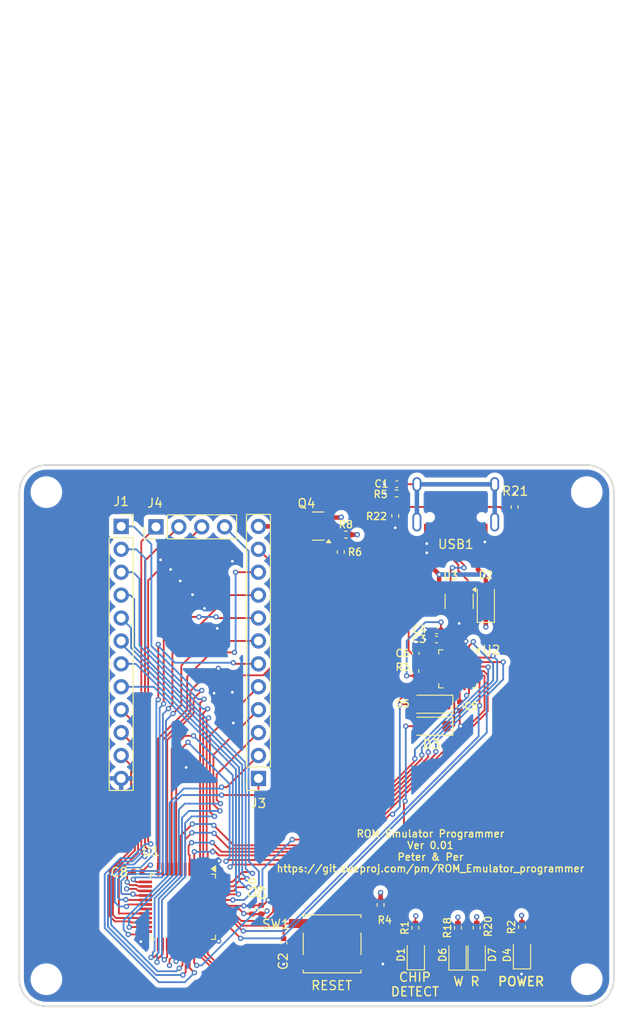
<source format=kicad_pcb>
(kicad_pcb
	(version 20240108)
	(generator "pcbnew")
	(generator_version "8.0")
	(general
		(thickness 1.6)
		(legacy_teardrops no)
	)
	(paper "A4")
	(title_block
		(title "ROM Emulator Programmer")
		(date "2024-10-07")
		(rev "0.01")
		(company "Peter & Per")
	)
	(layers
		(0 "F.Cu" signal)
		(1 "In1.Cu" signal)
		(2 "In2.Cu" signal)
		(31 "B.Cu" signal)
		(32 "B.Adhes" user "B.Adhesive")
		(33 "F.Adhes" user "F.Adhesive")
		(34 "B.Paste" user)
		(35 "F.Paste" user)
		(36 "B.SilkS" user "B.Silkscreen")
		(37 "F.SilkS" user "F.Silkscreen")
		(38 "B.Mask" user)
		(39 "F.Mask" user)
		(40 "Dwgs.User" user "User.Drawings")
		(41 "Cmts.User" user "User.Comments")
		(42 "Eco1.User" user "User.Eco1")
		(43 "Eco2.User" user "User.Eco2")
		(44 "Edge.Cuts" user)
		(45 "Margin" user)
		(46 "B.CrtYd" user "B.Courtyard")
		(47 "F.CrtYd" user "F.Courtyard")
		(48 "B.Fab" user)
		(49 "F.Fab" user)
		(50 "User.1" user)
		(51 "User.2" user)
		(52 "User.3" user)
		(53 "User.4" user)
		(54 "User.5" user)
		(55 "User.6" user)
		(56 "User.7" user)
		(57 "User.8" user)
		(58 "User.9" user)
	)
	(setup
		(stackup
			(layer "F.SilkS"
				(type "Top Silk Screen")
			)
			(layer "F.Paste"
				(type "Top Solder Paste")
			)
			(layer "F.Mask"
				(type "Top Solder Mask")
				(thickness 0.01)
			)
			(layer "F.Cu"
				(type "copper")
				(thickness 0.035)
			)
			(layer "dielectric 1"
				(type "prepreg")
				(thickness 0.1)
				(material "FR4")
				(epsilon_r 4.5)
				(loss_tangent 0.02)
			)
			(layer "In1.Cu"
				(type "copper")
				(thickness 0.035)
			)
			(layer "dielectric 2"
				(type "core")
				(thickness 1.24)
				(material "FR4")
				(epsilon_r 4.5)
				(loss_tangent 0.02)
			)
			(layer "In2.Cu"
				(type "copper")
				(thickness 0.035)
			)
			(layer "dielectric 3"
				(type "prepreg")
				(thickness 0.1)
				(material "FR4")
				(epsilon_r 4.5)
				(loss_tangent 0.02)
			)
			(layer "B.Cu"
				(type "copper")
				(thickness 0.035)
			)
			(layer "B.Mask"
				(type "Bottom Solder Mask")
				(thickness 0.01)
			)
			(layer "B.Paste"
				(type "Bottom Solder Paste")
			)
			(layer "B.SilkS"
				(type "Bottom Silk Screen")
			)
			(copper_finish "None")
			(dielectric_constraints no)
		)
		(pad_to_mask_clearance 0)
		(allow_soldermask_bridges_in_footprints no)
		(pcbplotparams
			(layerselection 0x00010fc_ffffffff)
			(plot_on_all_layers_selection 0x0000000_00000000)
			(disableapertmacros no)
			(usegerberextensions no)
			(usegerberattributes yes)
			(usegerberadvancedattributes yes)
			(creategerberjobfile yes)
			(dashed_line_dash_ratio 12.000000)
			(dashed_line_gap_ratio 3.000000)
			(svgprecision 4)
			(plotframeref no)
			(viasonmask no)
			(mode 1)
			(useauxorigin no)
			(hpglpennumber 1)
			(hpglpenspeed 20)
			(hpglpendiameter 15.000000)
			(pdf_front_fp_property_popups yes)
			(pdf_back_fp_property_popups yes)
			(dxfpolygonmode yes)
			(dxfimperialunits yes)
			(dxfusepcbnewfont yes)
			(psnegative no)
			(psa4output no)
			(plotreference yes)
			(plotvalue yes)
			(plotfptext yes)
			(plotinvisibletext no)
			(sketchpadsonfab no)
			(subtractmaskfromsilk no)
			(outputformat 1)
			(mirror no)
			(drillshape 1)
			(scaleselection 1)
			(outputdirectory "")
		)
	)
	(net 0 "")
	(net 1 "GND")
	(net 2 "+5V")
	(net 3 "/RX0")
	(net 4 "/UPDI")
	(net 5 "/D1")
	(net 6 "/A8")
	(net 7 "/A0")
	(net 8 "/D0")
	(net 9 "/A6")
	(net 10 "/D3")
	(net 11 "/A1")
	(net 12 "/A5")
	(net 13 "/A11")
	(net 14 "/A3")
	(net 15 "/CD_LED")
	(net 16 "/A10")
	(net 17 "/A7")
	(net 18 "/A9")
	(net 19 "unconnected-(U1-PC07-Pad19)")
	(net 20 "/D4")
	(net 21 "/D2")
	(net 22 "/A2")
	(net 23 "/D6")
	(net 24 "/USB_N")
	(net 25 "Net-(USB1-CC1)")
	(net 26 "Net-(USB1-CC2)")
	(net 27 "/VUSB")
	(net 28 "Net-(USB1-DP1)")
	(net 29 "Net-(USB1-DN1)")
	(net 30 "unconnected-(USB1-SBU2-Pad3)")
	(net 31 "unconnected-(USB1-SBU1-Pad9)")
	(net 32 "/A12")
	(net 33 "/A13")
	(net 34 "/D5")
	(net 35 "/D7")
	(net 36 "/A-1")
	(net 37 "/~{OE}")
	(net 38 "Net-(D6-A)")
	(net 39 "/~{BYTE}")
	(net 40 "/~{WE}")
	(net 41 "unconnected-(U1-PF03-Pad37)")
	(net 42 "/R_LED")
	(net 43 "Net-(D4-A)")
	(net 44 "/USB_P")
	(net 45 "/A4")
	(net 46 "Net-(Q4-G)")
	(net 47 "/~{VCC_EN}")
	(net 48 "/VCC_EN")
	(net 49 "Net-(D1-A)")
	(net 50 "/~{DCD}")
	(net 51 "/~{CTS}")
	(net 52 "/~{DSR}")
	(net 53 "Net-(D5-K)")
	(net 54 "/~{RI}")
	(net 55 "/~{RST}")
	(net 56 "Net-(U2-NC{slash}DCD_ECI{slash}VPP)")
	(net 57 "Net-(U2-~{RST})")
	(net 58 "/TX0")
	(net 59 "Net-(USB1-SHIELD)")
	(net 60 "/W_LED")
	(net 61 "Net-(D7-A)")
	(net 62 "unconnected-(U2-~{SUSPEND}{slash}RI_ECI-Pad17)")
	(net 63 "/~{RTS}")
	(net 64 "unconnected-(U2-CTS_ECI-Pad10)")
	(net 65 "unconnected-(U2-GPIO.1_ECI{slash}DSR_ECI-Pad14)")
	(net 66 "/~{DTR}")
	(net 67 "unconnected-(U2-RTS_ECI-Pad11)")
	(net 68 "/VIO")
	(net 69 "Net-(D3-K)")
	(footprint "Connector_PinSocket_2.54mm:PinSocket_1x12_P2.54mm_Vertical" (layer "F.Cu") (at 50.546 62.738 180))
	(footprint "Resistor_SMD:R_0402_1005Metric" (layer "F.Cu") (at 64.1096 76.7588 -90))
	(footprint "MountingHole:MountingHole_3mm" (layer "F.Cu") (at 87 31))
	(footprint "Connector_PinSocket_2.54mm:PinSocket_1x12_P2.54mm_Vertical" (layer "F.Cu") (at 35.306 34.798))
	(footprint "Diode_SMD:Nexperia_CFP3_SOD-123W" (layer "F.Cu") (at 75.7936 43.182 90))
	(footprint "Diode_SMD:D_SOD-123" (layer "F.Cu") (at 69.7728 56.9468 180))
	(footprint "Package_TO_SOT_SMD:SOT-23" (layer "F.Cu") (at 57.1777 34.7624 180))
	(footprint "MountingHole:MountingHole_3mm" (layer "F.Cu") (at 27 85))
	(footprint "Package_DFN_QFN:QFN-24-1EP_4x4mm_P0.5mm_EP2.8x2.8mm" (layer "F.Cu") (at 72.6748 50.5905 -90))
	(footprint "ROM_Emulator_programmer:SW_Push_1P1T_NO_CK_K2-1102SP-C4SC-04" (layer "F.Cu") (at 58.7248 81.0768 180))
	(footprint "Resistor_SMD:R_0402_1005Metric" (layer "F.Cu") (at 72.6948 79.2968 90))
	(footprint "Resistor_SMD:R_0402_1005Metric" (layer "F.Cu") (at 65.7352 33.6296 90))
	(footprint "Resistor_SMD:R_0402_1005Metric" (layer "F.Cu") (at 79.8068 79.2223 90))
	(footprint "Resistor_SMD:R_0402_1005Metric" (layer "F.Cu") (at 65.8876 31.1404 180))
	(footprint "Capacitor_SMD:C_0402_1005Metric" (layer "F.Cu") (at 49.8348 77.2948 -90))
	(footprint "LED_SMD:LED_0805_2012Metric" (layer "F.Cu") (at 79.8068 82.1713 90))
	(footprint "Capacitor_SMD:C_0402_1005Metric" (layer "F.Cu") (at 72.898 54.7396 90))
	(footprint "Resistor_SMD:R_0402_1005Metric" (layer "F.Cu") (at 67.9704 50.8508 90))
	(footprint "ROM_Emulator_programmer:HRO-TYPE-C-31-M-12" (layer "F.Cu") (at 72.458 27.532 180))
	(footprint "MountingHole:MountingHole_3mm" (layer "F.Cu") (at 27 31))
	(footprint "Connector_PinHeader_2.54mm:PinHeader_1x04_P2.54mm_Vertical" (layer "F.Cu") (at 39.1668 34.8488 90))
	(footprint "Package_QFP:TQFP-48_7x7mm_P0.5mm" (layer "F.Cu") (at 42.164 76.962 -90))
	(footprint "Capacitor_SMD:C_0402_1005Metric" (layer "F.Cu") (at 70.3072 47.3456))
	(footprint "Diode_SMD:D_SOD-123" (layer "F.Cu") (at 69.7748 54.5084 180))
	(footprint "LED_SMD:LED_0805_2012Metric" (layer "F.Cu") (at 74.7776 82.3004 90))
	(footprint "MountingHole:MountingHole_3mm" (layer "F.Cu") (at 87 85))
	(footprint "LED_SMD:LED_0805_2012Metric" (layer "F.Cu") (at 72.6522 82.3004 90))
	(footprint "Capacitor_SMD:C_0402_1005Metric" (layer "F.Cu") (at 65.9104 30.1244 180))
	(footprint "Resistor_SMD:R_0402_1005Metric" (layer "F.Cu") (at 67.9704 79.2968 90))
	(footprint "LED_SMD:LED_0805_2012Metric" (layer "F.Cu") (at 68.0212 82.2729 90))
	(footprint "Resistor_SMD:R_0402_1005Metric" (layer "F.Cu") (at 74.7776 79.2968 90))
	(footprint "Capacitor_SMD:C_0402_1005Metric" (layer "F.Cu") (at 50.8508 77.2896 -90))
	(footprint "Resistor_SMD:R_0402_1005Metric" (layer "F.Cu") (at 59.69 37.6428 -90))
	(footprint "Resistor_SMD:R_0402_1005Metric"
		(layer "F.Cu")
		(uuid "c3521e4f-6f67-4fde-8958-44e0b8440b34")
		(at 60.2488 35.7124)
		(descr "Resistor SMD 0402 (1005 Metric), square (rectangular) end terminal, IPC_7351 nominal, (Body size source: IPC-SM-782 page 72, https://www.pcb-3d.com/wordpress/wp-content/uploads/ipc-sm-782a_amendment_1_and_2.pdf), generated with kicad-footprint-generator")
		(tags "resistor")
		(property "Reference" "R8"
			(at 0 -1.1176 0)
			(layer "F.SilkS")
			(uuid "f892a01b-5513-4a1c-ab60-844c18cdebd8")
			(effects
				(font
					(size 0.8 0.8)
					(thickness 0.15)
				)
			)
		)
		(property "Value" "100k"
			(at 0 1.17 0)
			(layer "F.Fab")
			(uuid "566c56ff-a0ba-48b3-aafd-40326d362616")
			(effects
				(font
					(size 1 1)
					(thickness 0.15)
				)
			)
		)
		(property "Footprint" "Resistor_SMD:R_0402_1005Metric"
			(at 0 0 0)
			(unlocked yes)
			(layer "F.Fab")
			(hide yes)
			(uuid "e07033bc-4d3e-47e5-a25e-3bc2a8b0e9a8")
			(effects
				(font
					(size 1.27 1.27)
					(thickness 0.15)
				)
			)
		)
		(property "Datasheet" ""
			(at 0 0 0)
			(unlocked yes)
			(layer "F.Fab")
			(hide yes)
			(uuid "0e05a368-1d09-4fb3-aca6-0850c5395b76")
			(effects
				(font
					(size 1.27 1.27)
					(thickness 0.15)
				)
			)
		)
		(property "Description" ""
			(at 0 0 0)
			(unlocked yes)
			(layer "F.Fab")
			(hide yes)
			(uuid "4d96fedf-a62f-4d42-9d60-0a634ce4a050")
			(effects
				(font
					(size 1.27 1.27)
					(thickness 0.15)
				)
			)
		)
		(property "LCSC" "c25741"
			(at 0 0 0)
			(unlocked yes)
			(layer "F.Fab")
			(hide yes)
			(uuid "834f70ea-57f6-4388-b9c4-a10b364a25bb")
			(effects
				(font
					(size 1 1)
					(thickness 0.15)
				)
			)
		)
		(property "Supplier" ""
			(at 0 0 0)
			(unlocked yes)
			(layer "F.Fab")
			(hide yes)
			(uuid "c9173466-e4a2-41ce-9454-f481840348d9")
			(effects
				(font
					(size 1 1)
					(thickness 0.15)
				)
			)
		)
		(property ki_fp_filters "R_*")
		(path "/b1a3c631-c70b-4323-9f97-a9961a5b83a1")
		(sheetname "Root")
		(sheetfile "ROM_Emulator_programmer.kicad_sch")
		(attr smd)
		(fp_line
			(start -0.153641 -0.38)
			(end 0.153641 -0.38)
			(stroke
				(width 0.12)
				(type solid)
			)
			(layer "F.SilkS")
			(uuid "ed03e0da-6b71-4b56-8796-0f1c688ad1f6")
		)
		(fp_line
			(start -0.153641 0.38)
			(end 0.153641 0.38)
			(stroke
				(width 0.12)
				(type solid)
			)
			(layer "F.SilkS")
			(uuid "15fef465-48fe-4687-99ca-c7c375db157d")
		)
		(fp_line
			(start -0.93 -0.47)
			(end 0.93 -0.47)
			(stroke
				(width 0.05)
				(type solid)
			)
			(layer "F.CrtYd")
			(uuid "0b9179d0-44f6-4de9-a657-8fe2f2552c8e")
		)
		(fp_line
			(start -0.93 0.47)
			(end -0.93 -0.47)
			(stroke
				(width 0.05)
				(type solid)
			)
			(layer "F.CrtYd")
			(uuid "a86454fb-bb3f-4504-90f2-93623f31bd0b")
		)
		(fp_line
			(start 0.93 -0.47)
			(end 0.93 0.47)
			(stroke
				(width 0.05)
				(type solid)
			)
			(layer "F.CrtYd")
			(uuid "43477065-b57e-4c67-b328-192eeb2de1c5")
		)
		(fp_line
			(start 0.93 0.47)
			(end -0.93 0.47)
			(stroke
				(width 0.05)
				(type solid)
			)
			(layer "F.CrtYd")
			(uuid "b851e051-d57f-47c7-924e-7e2d1ed7a464")
		)
		(fp_line
			(start -0.525 -0.27)
			(end 0.525 -0.27)
			(stroke
				(width 0.1)
				(type solid)
			)
			(layer "F.Fab")
			(uuid "206cb6f3-3154-4f25-aacf-d360713feeb7")
		)
		(fp_line
			(start -0.525 0.27)
			(end -0.525 -0.27)
			(stroke
				(width 0.1)
				(type solid)
			)
			(layer "F.Fab")
			(uuid "f9f116ff-dad4-43db-ab70-c71ac56b3b1f")
		)
		(fp_line
			(start 0.525 -0.27)
			(end 0.525 0.27)
			(stroke
				(width 0.1)
				(type solid)
			)
			(layer "F.Fab")
			(uuid "5fd1dd74-5d44-403b-81af-68587960b51d")
		)
		(fp_line
			(start 0.525 0.27)
			(end -0.525 0.27)
			(stroke
				(width 0.1)
				(type solid)
			)
			(layer "F.Fab")
			(uuid "4fc14928-c907-440c-8796-939e6940b371")
		)
		(fp_text user "${REFERENCE}"
			(at 0 0 0)
			(layer "F.Fab")
			(uuid "39c6774a-332e-41d0-9320-49f448a17c6a")
			(effects
				(font
					(size 0.26 0.26)
					(thickness 0.04)
				)
			)
		)
		(pad "1" smd roundrect
			(at -0.51 0)
			(size 0.54 0.64)
			(layers "F.Cu" "F.Paste" "F.Mask")
			(roundrect_rratio 0.25)
			(net 46 "Net-(Q4-G)")
			(pintype "passive")
			(uuid "30f70411-532a-430e-9166-2aa27536c595")
		)
		(pad "2" smd roundrect
			(at 0.51 0)
			(size 0.54 0.64)
			(layers "F.Cu" "F.Paste" "F.Mask")
			(roundrect_rratio 0.25)
			(net 2 "+5V")
			(pintype "passive")
			(uuid "e9a4fbb7-0e73-4d15-bf29-8276f13ff6ee")
		)
		(
... [528149 chars truncated]
</source>
